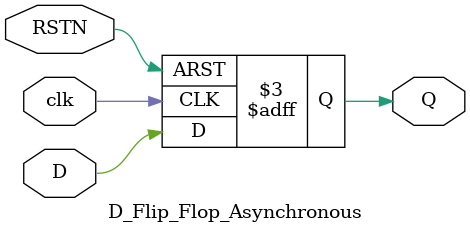
<source format=v>
`timescale 1ns / 1ps

module D_Flip_Flop_Asynchronous(
    input D,
    input RSTN,
    input clk,
    output reg Q
);

    always@(posedge clk or negedge RSTN)
        if (!RSTN)
            Q <= 0;
        else
            Q <= D;
endmodule
</source>
